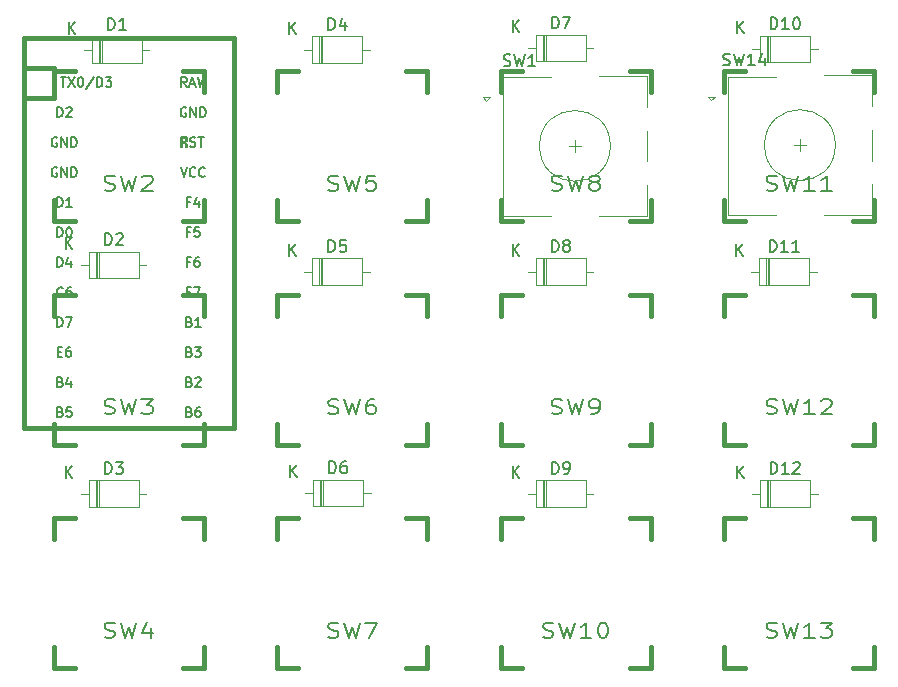
<source format=gbr>
G04 #@! TF.GenerationSoftware,KiCad,Pcbnew,(5.0.2)-1*
G04 #@! TF.CreationDate,2019-01-24T00:30:49-05:00*
G04 #@! TF.ProjectId,4x5macro,3478356d-6163-4726-9f2e-6b696361645f,rev?*
G04 #@! TF.SameCoordinates,Original*
G04 #@! TF.FileFunction,Legend,Top*
G04 #@! TF.FilePolarity,Positive*
%FSLAX46Y46*%
G04 Gerber Fmt 4.6, Leading zero omitted, Abs format (unit mm)*
G04 Created by KiCad (PCBNEW (5.0.2)-1) date 1/24/2019 12:30:49 AM*
%MOMM*%
%LPD*%
G01*
G04 APERTURE LIST*
%ADD10C,0.381000*%
%ADD11C,0.120000*%
%ADD12C,0.150000*%
%ADD13C,0.203200*%
G04 APERTURE END LIST*
D10*
G04 #@! TO.C,SW6*
X63182500Y-39560500D02*
X64960500Y-39560500D01*
X74104500Y-39560500D02*
X75882500Y-39560500D01*
X75882500Y-39560500D02*
X75882500Y-41338500D01*
X75882500Y-50482500D02*
X75882500Y-52260500D01*
X75882500Y-52260500D02*
X74104500Y-52260500D01*
X64960500Y-52260500D02*
X63182500Y-52260500D01*
X63182500Y-52260500D02*
X63182500Y-50482500D01*
X63182500Y-41338500D02*
X63182500Y-39560500D01*
G04 #@! TO.C,SW3*
X44259500Y-41338500D02*
X44259500Y-39560500D01*
X44259500Y-52260500D02*
X44259500Y-50482500D01*
X46037500Y-52260500D02*
X44259500Y-52260500D01*
X56959500Y-52260500D02*
X55181500Y-52260500D01*
X56959500Y-50482500D02*
X56959500Y-52260500D01*
X56959500Y-39560500D02*
X56959500Y-41338500D01*
X55181500Y-39560500D02*
X56959500Y-39560500D01*
X44259500Y-39560500D02*
X46037500Y-39560500D01*
D11*
G04 #@! TO.C,D1*
X47473500Y-17676000D02*
X47473500Y-19916000D01*
X47473500Y-19916000D02*
X51713500Y-19916000D01*
X51713500Y-19916000D02*
X51713500Y-17676000D01*
X51713500Y-17676000D02*
X47473500Y-17676000D01*
X46823500Y-18796000D02*
X47473500Y-18796000D01*
X52363500Y-18796000D02*
X51713500Y-18796000D01*
X48193500Y-17676000D02*
X48193500Y-19916000D01*
X48313500Y-17676000D02*
X48313500Y-19916000D01*
X48073500Y-17676000D02*
X48073500Y-19916000D01*
G04 #@! TO.C,D2*
X47819500Y-35900500D02*
X47819500Y-38140500D01*
X48059500Y-35900500D02*
X48059500Y-38140500D01*
X47939500Y-35900500D02*
X47939500Y-38140500D01*
X52109500Y-37020500D02*
X51459500Y-37020500D01*
X46569500Y-37020500D02*
X47219500Y-37020500D01*
X51459500Y-35900500D02*
X47219500Y-35900500D01*
X51459500Y-38140500D02*
X51459500Y-35900500D01*
X47219500Y-38140500D02*
X51459500Y-38140500D01*
X47219500Y-35900500D02*
X47219500Y-38140500D01*
G04 #@! TO.C,D3*
X47819500Y-55268000D02*
X47819500Y-57508000D01*
X48059500Y-55268000D02*
X48059500Y-57508000D01*
X47939500Y-55268000D02*
X47939500Y-57508000D01*
X52109500Y-56388000D02*
X51459500Y-56388000D01*
X46569500Y-56388000D02*
X47219500Y-56388000D01*
X51459500Y-55268000D02*
X47219500Y-55268000D01*
X51459500Y-57508000D02*
X51459500Y-55268000D01*
X47219500Y-57508000D02*
X51459500Y-57508000D01*
X47219500Y-55268000D02*
X47219500Y-57508000D01*
G04 #@! TO.C,D4*
X66142500Y-17676000D02*
X66142500Y-19916000D01*
X66142500Y-19916000D02*
X70382500Y-19916000D01*
X70382500Y-19916000D02*
X70382500Y-17676000D01*
X70382500Y-17676000D02*
X66142500Y-17676000D01*
X65492500Y-18796000D02*
X66142500Y-18796000D01*
X71032500Y-18796000D02*
X70382500Y-18796000D01*
X66862500Y-17676000D02*
X66862500Y-19916000D01*
X66982500Y-17676000D02*
X66982500Y-19916000D01*
X66742500Y-17676000D02*
X66742500Y-19916000D01*
G04 #@! TO.C,D5*
X66142500Y-36472000D02*
X66142500Y-38712000D01*
X66142500Y-38712000D02*
X70382500Y-38712000D01*
X70382500Y-38712000D02*
X70382500Y-36472000D01*
X70382500Y-36472000D02*
X66142500Y-36472000D01*
X65492500Y-37592000D02*
X66142500Y-37592000D01*
X71032500Y-37592000D02*
X70382500Y-37592000D01*
X66862500Y-36472000D02*
X66862500Y-38712000D01*
X66982500Y-36472000D02*
X66982500Y-38712000D01*
X66742500Y-36472000D02*
X66742500Y-38712000D01*
G04 #@! TO.C,D6*
X66206000Y-55204500D02*
X66206000Y-57444500D01*
X66206000Y-57444500D02*
X70446000Y-57444500D01*
X70446000Y-57444500D02*
X70446000Y-55204500D01*
X70446000Y-55204500D02*
X66206000Y-55204500D01*
X65556000Y-56324500D02*
X66206000Y-56324500D01*
X71096000Y-56324500D02*
X70446000Y-56324500D01*
X66926000Y-55204500D02*
X66926000Y-57444500D01*
X67046000Y-55204500D02*
X67046000Y-57444500D01*
X66806000Y-55204500D02*
X66806000Y-57444500D01*
G04 #@! TO.C,D7*
X85065500Y-17549000D02*
X85065500Y-19789000D01*
X85065500Y-19789000D02*
X89305500Y-19789000D01*
X89305500Y-19789000D02*
X89305500Y-17549000D01*
X89305500Y-17549000D02*
X85065500Y-17549000D01*
X84415500Y-18669000D02*
X85065500Y-18669000D01*
X89955500Y-18669000D02*
X89305500Y-18669000D01*
X85785500Y-17549000D02*
X85785500Y-19789000D01*
X85905500Y-17549000D02*
X85905500Y-19789000D01*
X85665500Y-17549000D02*
X85665500Y-19789000D01*
G04 #@! TO.C,D8*
X85665500Y-36472000D02*
X85665500Y-38712000D01*
X85905500Y-36472000D02*
X85905500Y-38712000D01*
X85785500Y-36472000D02*
X85785500Y-38712000D01*
X89955500Y-37592000D02*
X89305500Y-37592000D01*
X84415500Y-37592000D02*
X85065500Y-37592000D01*
X89305500Y-36472000D02*
X85065500Y-36472000D01*
X89305500Y-38712000D02*
X89305500Y-36472000D01*
X85065500Y-38712000D02*
X89305500Y-38712000D01*
X85065500Y-36472000D02*
X85065500Y-38712000D01*
G04 #@! TO.C,D9*
X85665500Y-55268000D02*
X85665500Y-57508000D01*
X85905500Y-55268000D02*
X85905500Y-57508000D01*
X85785500Y-55268000D02*
X85785500Y-57508000D01*
X89955500Y-56388000D02*
X89305500Y-56388000D01*
X84415500Y-56388000D02*
X85065500Y-56388000D01*
X89305500Y-55268000D02*
X85065500Y-55268000D01*
X89305500Y-57508000D02*
X89305500Y-55268000D01*
X85065500Y-57508000D02*
X89305500Y-57508000D01*
X85065500Y-55268000D02*
X85065500Y-57508000D01*
G04 #@! TO.C,D10*
X104652000Y-17612500D02*
X104652000Y-19852500D01*
X104892000Y-17612500D02*
X104892000Y-19852500D01*
X104772000Y-17612500D02*
X104772000Y-19852500D01*
X108942000Y-18732500D02*
X108292000Y-18732500D01*
X103402000Y-18732500D02*
X104052000Y-18732500D01*
X108292000Y-17612500D02*
X104052000Y-17612500D01*
X108292000Y-19852500D02*
X108292000Y-17612500D01*
X104052000Y-19852500D02*
X108292000Y-19852500D01*
X104052000Y-17612500D02*
X104052000Y-19852500D01*
G04 #@! TO.C,D11*
X103988500Y-36472000D02*
X103988500Y-38712000D01*
X103988500Y-38712000D02*
X108228500Y-38712000D01*
X108228500Y-38712000D02*
X108228500Y-36472000D01*
X108228500Y-36472000D02*
X103988500Y-36472000D01*
X103338500Y-37592000D02*
X103988500Y-37592000D01*
X108878500Y-37592000D02*
X108228500Y-37592000D01*
X104708500Y-36472000D02*
X104708500Y-38712000D01*
X104828500Y-36472000D02*
X104828500Y-38712000D01*
X104588500Y-36472000D02*
X104588500Y-38712000D01*
G04 #@! TO.C,D12*
X104652000Y-55268000D02*
X104652000Y-57508000D01*
X104892000Y-55268000D02*
X104892000Y-57508000D01*
X104772000Y-55268000D02*
X104772000Y-57508000D01*
X108942000Y-56388000D02*
X108292000Y-56388000D01*
X103402000Y-56388000D02*
X104052000Y-56388000D01*
X108292000Y-55268000D02*
X104052000Y-55268000D01*
X108292000Y-57508000D02*
X108292000Y-55268000D01*
X104052000Y-57508000D02*
X108292000Y-57508000D01*
X104052000Y-55268000D02*
X104052000Y-57508000D01*
G04 #@! TO.C,SW1*
X87899000Y-26947500D02*
X88899000Y-26947500D01*
X88399000Y-26447500D02*
X88399000Y-27447500D01*
X94499000Y-30247500D02*
X94499000Y-32847500D01*
X94499000Y-25647500D02*
X94499000Y-28247500D01*
X94499000Y-21047500D02*
X94499000Y-23647500D01*
X81199000Y-22847500D02*
X80899000Y-23147500D01*
X80599000Y-22847500D02*
X81199000Y-22847500D01*
X80899000Y-23147500D02*
X80599000Y-22847500D01*
X82299000Y-21147500D02*
X82299000Y-32847500D01*
X86399000Y-21147500D02*
X82299000Y-21147500D01*
X86399000Y-32847500D02*
X82299000Y-32847500D01*
X94499000Y-32847500D02*
X90399000Y-32847500D01*
X90399000Y-21047500D02*
X94499000Y-21047500D01*
X91399000Y-26947500D02*
G75*
G03X91399000Y-26947500I-3000000J0D01*
G01*
D10*
G04 #@! TO.C,SW2*
X44259500Y-20637500D02*
X46037500Y-20637500D01*
X55181500Y-20637500D02*
X56959500Y-20637500D01*
X56959500Y-20637500D02*
X56959500Y-22415500D01*
X56959500Y-31559500D02*
X56959500Y-33337500D01*
X56959500Y-33337500D02*
X55181500Y-33337500D01*
X46037500Y-33337500D02*
X44259500Y-33337500D01*
X44259500Y-33337500D02*
X44259500Y-31559500D01*
X44259500Y-22415500D02*
X44259500Y-20637500D01*
G04 #@! TO.C,SW4*
X44259500Y-58483500D02*
X46037500Y-58483500D01*
X55181500Y-58483500D02*
X56959500Y-58483500D01*
X56959500Y-58483500D02*
X56959500Y-60261500D01*
X56959500Y-69405500D02*
X56959500Y-71183500D01*
X56959500Y-71183500D02*
X55181500Y-71183500D01*
X46037500Y-71183500D02*
X44259500Y-71183500D01*
X44259500Y-71183500D02*
X44259500Y-69405500D01*
X44259500Y-60261500D02*
X44259500Y-58483500D01*
G04 #@! TO.C,SW5*
X63182500Y-22415500D02*
X63182500Y-20637500D01*
X63182500Y-33337500D02*
X63182500Y-31559500D01*
X64960500Y-33337500D02*
X63182500Y-33337500D01*
X75882500Y-33337500D02*
X74104500Y-33337500D01*
X75882500Y-31559500D02*
X75882500Y-33337500D01*
X75882500Y-20637500D02*
X75882500Y-22415500D01*
X74104500Y-20637500D02*
X75882500Y-20637500D01*
X63182500Y-20637500D02*
X64960500Y-20637500D01*
G04 #@! TO.C,SW7*
X63182500Y-60261500D02*
X63182500Y-58483500D01*
X63182500Y-71183500D02*
X63182500Y-69405500D01*
X64960500Y-71183500D02*
X63182500Y-71183500D01*
X75882500Y-71183500D02*
X74104500Y-71183500D01*
X75882500Y-69405500D02*
X75882500Y-71183500D01*
X75882500Y-58483500D02*
X75882500Y-60261500D01*
X74104500Y-58483500D02*
X75882500Y-58483500D01*
X63182500Y-58483500D02*
X64960500Y-58483500D01*
G04 #@! TO.C,SW8*
X82105500Y-20637500D02*
X83883500Y-20637500D01*
X93027500Y-20637500D02*
X94805500Y-20637500D01*
X94805500Y-20637500D02*
X94805500Y-22415500D01*
X94805500Y-31559500D02*
X94805500Y-33337500D01*
X94805500Y-33337500D02*
X93027500Y-33337500D01*
X83883500Y-33337500D02*
X82105500Y-33337500D01*
X82105500Y-33337500D02*
X82105500Y-31559500D01*
X82105500Y-22415500D02*
X82105500Y-20637500D01*
G04 #@! TO.C,SW9*
X82105500Y-41338500D02*
X82105500Y-39560500D01*
X82105500Y-52260500D02*
X82105500Y-50482500D01*
X83883500Y-52260500D02*
X82105500Y-52260500D01*
X94805500Y-52260500D02*
X93027500Y-52260500D01*
X94805500Y-50482500D02*
X94805500Y-52260500D01*
X94805500Y-39560500D02*
X94805500Y-41338500D01*
X93027500Y-39560500D02*
X94805500Y-39560500D01*
X82105500Y-39560500D02*
X83883500Y-39560500D01*
G04 #@! TO.C,SW10*
X82105500Y-58483500D02*
X83883500Y-58483500D01*
X93027500Y-58483500D02*
X94805500Y-58483500D01*
X94805500Y-58483500D02*
X94805500Y-60261500D01*
X94805500Y-69405500D02*
X94805500Y-71183500D01*
X94805500Y-71183500D02*
X93027500Y-71183500D01*
X83883500Y-71183500D02*
X82105500Y-71183500D01*
X82105500Y-71183500D02*
X82105500Y-69405500D01*
X82105500Y-60261500D02*
X82105500Y-58483500D01*
G04 #@! TO.C,SW11*
X101028500Y-20637500D02*
X102806500Y-20637500D01*
X111950500Y-20637500D02*
X113728500Y-20637500D01*
X113728500Y-20637500D02*
X113728500Y-22415500D01*
X113728500Y-31559500D02*
X113728500Y-33337500D01*
X113728500Y-33337500D02*
X111950500Y-33337500D01*
X102806500Y-33337500D02*
X101028500Y-33337500D01*
X101028500Y-33337500D02*
X101028500Y-31559500D01*
X101028500Y-22415500D02*
X101028500Y-20637500D01*
G04 #@! TO.C,SW12*
X101028500Y-41338500D02*
X101028500Y-39560500D01*
X101028500Y-52260500D02*
X101028500Y-50482500D01*
X102806500Y-52260500D02*
X101028500Y-52260500D01*
X113728500Y-52260500D02*
X111950500Y-52260500D01*
X113728500Y-50482500D02*
X113728500Y-52260500D01*
X113728500Y-39560500D02*
X113728500Y-41338500D01*
X111950500Y-39560500D02*
X113728500Y-39560500D01*
X101028500Y-39560500D02*
X102806500Y-39560500D01*
G04 #@! TO.C,SW13*
X101028500Y-60261500D02*
X101028500Y-58483500D01*
X101028500Y-71183500D02*
X101028500Y-69405500D01*
X102806500Y-71183500D02*
X101028500Y-71183500D01*
X113728500Y-71183500D02*
X111950500Y-71183500D01*
X113728500Y-69405500D02*
X113728500Y-71183500D01*
X113728500Y-58483500D02*
X113728500Y-60261500D01*
X111950500Y-58483500D02*
X113728500Y-58483500D01*
X101028500Y-58483500D02*
X102806500Y-58483500D01*
D11*
G04 #@! TO.C,SW14*
X110449000Y-26884000D02*
G75*
G03X110449000Y-26884000I-3000000J0D01*
G01*
X109449000Y-20984000D02*
X113549000Y-20984000D01*
X113549000Y-32784000D02*
X109449000Y-32784000D01*
X105449000Y-32784000D02*
X101349000Y-32784000D01*
X105449000Y-21084000D02*
X101349000Y-21084000D01*
X101349000Y-21084000D02*
X101349000Y-32784000D01*
X99949000Y-23084000D02*
X99649000Y-22784000D01*
X99649000Y-22784000D02*
X100249000Y-22784000D01*
X100249000Y-22784000D02*
X99949000Y-23084000D01*
X113549000Y-20984000D02*
X113549000Y-23584000D01*
X113549000Y-25584000D02*
X113549000Y-28184000D01*
X113549000Y-30184000D02*
X113549000Y-32784000D01*
X107449000Y-26384000D02*
X107449000Y-27384000D01*
X106949000Y-26884000D02*
X107949000Y-26884000D01*
D10*
G04 #@! TO.C,U1*
X44259500Y-20320000D02*
X41719500Y-20320000D01*
X41719500Y-17780000D02*
X41719500Y-20320000D01*
X59499500Y-17780000D02*
X41719500Y-17780000D01*
X59499500Y-20320000D02*
X59499500Y-17780000D01*
D12*
G36*
X55541068Y-26799360D02*
X55541068Y-26999360D01*
X55441068Y-26999360D01*
X55441068Y-26799360D01*
X55541068Y-26799360D01*
G37*
X55541068Y-26799360D02*
X55541068Y-26999360D01*
X55441068Y-26999360D01*
X55441068Y-26799360D01*
X55541068Y-26799360D01*
G36*
X55141068Y-26199360D02*
X55141068Y-26999360D01*
X55041068Y-26999360D01*
X55041068Y-26199360D01*
X55141068Y-26199360D01*
G37*
X55141068Y-26199360D02*
X55141068Y-26999360D01*
X55041068Y-26999360D01*
X55041068Y-26199360D01*
X55141068Y-26199360D01*
G36*
X55541068Y-26199360D02*
X55541068Y-26299360D01*
X55041068Y-26299360D01*
X55041068Y-26199360D01*
X55541068Y-26199360D01*
G37*
X55541068Y-26199360D02*
X55541068Y-26299360D01*
X55041068Y-26299360D01*
X55041068Y-26199360D01*
X55541068Y-26199360D01*
G36*
X55341068Y-26599360D02*
X55341068Y-26699360D01*
X55241068Y-26699360D01*
X55241068Y-26599360D01*
X55341068Y-26599360D01*
G37*
X55341068Y-26599360D02*
X55341068Y-26699360D01*
X55241068Y-26699360D01*
X55241068Y-26599360D01*
X55341068Y-26599360D01*
G36*
X55541068Y-26199360D02*
X55541068Y-26499360D01*
X55441068Y-26499360D01*
X55441068Y-26199360D01*
X55541068Y-26199360D01*
G37*
X55541068Y-26199360D02*
X55541068Y-26499360D01*
X55441068Y-26499360D01*
X55441068Y-26199360D01*
X55541068Y-26199360D01*
D10*
X44259500Y-22860000D02*
X41719500Y-22860000D01*
X44259500Y-20320000D02*
X44259500Y-22860000D01*
X59499500Y-50800000D02*
X59499500Y-20320000D01*
X41719500Y-50800000D02*
X59499500Y-50800000D01*
X41719500Y-20320000D02*
X41719500Y-50800000D01*
G04 #@! TO.C,SW6*
D13*
X67500500Y-49599547D02*
X67718214Y-49660023D01*
X68081071Y-49660023D01*
X68226214Y-49599547D01*
X68298785Y-49539071D01*
X68371357Y-49418119D01*
X68371357Y-49297166D01*
X68298785Y-49176214D01*
X68226214Y-49115738D01*
X68081071Y-49055261D01*
X67790785Y-48994785D01*
X67645642Y-48934309D01*
X67573071Y-48873833D01*
X67500500Y-48752880D01*
X67500500Y-48631928D01*
X67573071Y-48510976D01*
X67645642Y-48450500D01*
X67790785Y-48390023D01*
X68153642Y-48390023D01*
X68371357Y-48450500D01*
X68879357Y-48390023D02*
X69242214Y-49660023D01*
X69532500Y-48752880D01*
X69822785Y-49660023D01*
X70185642Y-48390023D01*
X71419357Y-48390023D02*
X71129071Y-48390023D01*
X70983928Y-48450500D01*
X70911357Y-48510976D01*
X70766214Y-48692404D01*
X70693642Y-48934309D01*
X70693642Y-49418119D01*
X70766214Y-49539071D01*
X70838785Y-49599547D01*
X70983928Y-49660023D01*
X71274214Y-49660023D01*
X71419357Y-49599547D01*
X71491928Y-49539071D01*
X71564500Y-49418119D01*
X71564500Y-49115738D01*
X71491928Y-48994785D01*
X71419357Y-48934309D01*
X71274214Y-48873833D01*
X70983928Y-48873833D01*
X70838785Y-48934309D01*
X70766214Y-48994785D01*
X70693642Y-49115738D01*
G04 #@! TO.C,SW3*
X48577500Y-49599547D02*
X48795214Y-49660023D01*
X49158071Y-49660023D01*
X49303214Y-49599547D01*
X49375785Y-49539071D01*
X49448357Y-49418119D01*
X49448357Y-49297166D01*
X49375785Y-49176214D01*
X49303214Y-49115738D01*
X49158071Y-49055261D01*
X48867785Y-48994785D01*
X48722642Y-48934309D01*
X48650071Y-48873833D01*
X48577500Y-48752880D01*
X48577500Y-48631928D01*
X48650071Y-48510976D01*
X48722642Y-48450500D01*
X48867785Y-48390023D01*
X49230642Y-48390023D01*
X49448357Y-48450500D01*
X49956357Y-48390023D02*
X50319214Y-49660023D01*
X50609500Y-48752880D01*
X50899785Y-49660023D01*
X51262642Y-48390023D01*
X51698071Y-48390023D02*
X52641500Y-48390023D01*
X52133500Y-48873833D01*
X52351214Y-48873833D01*
X52496357Y-48934309D01*
X52568928Y-48994785D01*
X52641500Y-49115738D01*
X52641500Y-49418119D01*
X52568928Y-49539071D01*
X52496357Y-49599547D01*
X52351214Y-49660023D01*
X51915785Y-49660023D01*
X51770642Y-49599547D01*
X51698071Y-49539071D01*
G04 #@! TO.C,D1*
D12*
X48855404Y-17128380D02*
X48855404Y-16128380D01*
X49093500Y-16128380D01*
X49236357Y-16176000D01*
X49331595Y-16271238D01*
X49379214Y-16366476D01*
X49426833Y-16556952D01*
X49426833Y-16699809D01*
X49379214Y-16890285D01*
X49331595Y-16985523D01*
X49236357Y-17080761D01*
X49093500Y-17128380D01*
X48855404Y-17128380D01*
X50379214Y-17128380D02*
X49807785Y-17128380D01*
X50093500Y-17128380D02*
X50093500Y-16128380D01*
X49998261Y-16271238D01*
X49903023Y-16366476D01*
X49807785Y-16414095D01*
X45521595Y-17448380D02*
X45521595Y-16448380D01*
X46093023Y-17448380D02*
X45664452Y-16876952D01*
X46093023Y-16448380D02*
X45521595Y-17019809D01*
G04 #@! TO.C,D2*
X48601404Y-35352880D02*
X48601404Y-34352880D01*
X48839500Y-34352880D01*
X48982357Y-34400500D01*
X49077595Y-34495738D01*
X49125214Y-34590976D01*
X49172833Y-34781452D01*
X49172833Y-34924309D01*
X49125214Y-35114785D01*
X49077595Y-35210023D01*
X48982357Y-35305261D01*
X48839500Y-35352880D01*
X48601404Y-35352880D01*
X49553785Y-34448119D02*
X49601404Y-34400500D01*
X49696642Y-34352880D01*
X49934738Y-34352880D01*
X50029976Y-34400500D01*
X50077595Y-34448119D01*
X50125214Y-34543357D01*
X50125214Y-34638595D01*
X50077595Y-34781452D01*
X49506166Y-35352880D01*
X50125214Y-35352880D01*
X45267595Y-35672880D02*
X45267595Y-34672880D01*
X45839023Y-35672880D02*
X45410452Y-35101452D01*
X45839023Y-34672880D02*
X45267595Y-35244309D01*
G04 #@! TO.C,D3*
X48601404Y-54720380D02*
X48601404Y-53720380D01*
X48839500Y-53720380D01*
X48982357Y-53768000D01*
X49077595Y-53863238D01*
X49125214Y-53958476D01*
X49172833Y-54148952D01*
X49172833Y-54291809D01*
X49125214Y-54482285D01*
X49077595Y-54577523D01*
X48982357Y-54672761D01*
X48839500Y-54720380D01*
X48601404Y-54720380D01*
X49506166Y-53720380D02*
X50125214Y-53720380D01*
X49791880Y-54101333D01*
X49934738Y-54101333D01*
X50029976Y-54148952D01*
X50077595Y-54196571D01*
X50125214Y-54291809D01*
X50125214Y-54529904D01*
X50077595Y-54625142D01*
X50029976Y-54672761D01*
X49934738Y-54720380D01*
X49649023Y-54720380D01*
X49553785Y-54672761D01*
X49506166Y-54625142D01*
X45267595Y-55040380D02*
X45267595Y-54040380D01*
X45839023Y-55040380D02*
X45410452Y-54468952D01*
X45839023Y-54040380D02*
X45267595Y-54611809D01*
G04 #@! TO.C,D4*
X67524404Y-17128380D02*
X67524404Y-16128380D01*
X67762500Y-16128380D01*
X67905357Y-16176000D01*
X68000595Y-16271238D01*
X68048214Y-16366476D01*
X68095833Y-16556952D01*
X68095833Y-16699809D01*
X68048214Y-16890285D01*
X68000595Y-16985523D01*
X67905357Y-17080761D01*
X67762500Y-17128380D01*
X67524404Y-17128380D01*
X68952976Y-16461714D02*
X68952976Y-17128380D01*
X68714880Y-16080761D02*
X68476785Y-16795047D01*
X69095833Y-16795047D01*
X64190595Y-17448380D02*
X64190595Y-16448380D01*
X64762023Y-17448380D02*
X64333452Y-16876952D01*
X64762023Y-16448380D02*
X64190595Y-17019809D01*
G04 #@! TO.C,D5*
X67524404Y-35924380D02*
X67524404Y-34924380D01*
X67762500Y-34924380D01*
X67905357Y-34972000D01*
X68000595Y-35067238D01*
X68048214Y-35162476D01*
X68095833Y-35352952D01*
X68095833Y-35495809D01*
X68048214Y-35686285D01*
X68000595Y-35781523D01*
X67905357Y-35876761D01*
X67762500Y-35924380D01*
X67524404Y-35924380D01*
X69000595Y-34924380D02*
X68524404Y-34924380D01*
X68476785Y-35400571D01*
X68524404Y-35352952D01*
X68619642Y-35305333D01*
X68857738Y-35305333D01*
X68952976Y-35352952D01*
X69000595Y-35400571D01*
X69048214Y-35495809D01*
X69048214Y-35733904D01*
X69000595Y-35829142D01*
X68952976Y-35876761D01*
X68857738Y-35924380D01*
X68619642Y-35924380D01*
X68524404Y-35876761D01*
X68476785Y-35829142D01*
X64190595Y-36244380D02*
X64190595Y-35244380D01*
X64762023Y-36244380D02*
X64333452Y-35672952D01*
X64762023Y-35244380D02*
X64190595Y-35815809D01*
G04 #@! TO.C,D6*
X67587904Y-54656880D02*
X67587904Y-53656880D01*
X67826000Y-53656880D01*
X67968857Y-53704500D01*
X68064095Y-53799738D01*
X68111714Y-53894976D01*
X68159333Y-54085452D01*
X68159333Y-54228309D01*
X68111714Y-54418785D01*
X68064095Y-54514023D01*
X67968857Y-54609261D01*
X67826000Y-54656880D01*
X67587904Y-54656880D01*
X69016476Y-53656880D02*
X68826000Y-53656880D01*
X68730761Y-53704500D01*
X68683142Y-53752119D01*
X68587904Y-53894976D01*
X68540285Y-54085452D01*
X68540285Y-54466404D01*
X68587904Y-54561642D01*
X68635523Y-54609261D01*
X68730761Y-54656880D01*
X68921238Y-54656880D01*
X69016476Y-54609261D01*
X69064095Y-54561642D01*
X69111714Y-54466404D01*
X69111714Y-54228309D01*
X69064095Y-54133071D01*
X69016476Y-54085452D01*
X68921238Y-54037833D01*
X68730761Y-54037833D01*
X68635523Y-54085452D01*
X68587904Y-54133071D01*
X68540285Y-54228309D01*
X64254095Y-54976880D02*
X64254095Y-53976880D01*
X64825523Y-54976880D02*
X64396952Y-54405452D01*
X64825523Y-53976880D02*
X64254095Y-54548309D01*
G04 #@! TO.C,D7*
X86447404Y-17001380D02*
X86447404Y-16001380D01*
X86685500Y-16001380D01*
X86828357Y-16049000D01*
X86923595Y-16144238D01*
X86971214Y-16239476D01*
X87018833Y-16429952D01*
X87018833Y-16572809D01*
X86971214Y-16763285D01*
X86923595Y-16858523D01*
X86828357Y-16953761D01*
X86685500Y-17001380D01*
X86447404Y-17001380D01*
X87352166Y-16001380D02*
X88018833Y-16001380D01*
X87590261Y-17001380D01*
X83113595Y-17321380D02*
X83113595Y-16321380D01*
X83685023Y-17321380D02*
X83256452Y-16749952D01*
X83685023Y-16321380D02*
X83113595Y-16892809D01*
G04 #@! TO.C,D8*
X86447404Y-35924380D02*
X86447404Y-34924380D01*
X86685500Y-34924380D01*
X86828357Y-34972000D01*
X86923595Y-35067238D01*
X86971214Y-35162476D01*
X87018833Y-35352952D01*
X87018833Y-35495809D01*
X86971214Y-35686285D01*
X86923595Y-35781523D01*
X86828357Y-35876761D01*
X86685500Y-35924380D01*
X86447404Y-35924380D01*
X87590261Y-35352952D02*
X87495023Y-35305333D01*
X87447404Y-35257714D01*
X87399785Y-35162476D01*
X87399785Y-35114857D01*
X87447404Y-35019619D01*
X87495023Y-34972000D01*
X87590261Y-34924380D01*
X87780738Y-34924380D01*
X87875976Y-34972000D01*
X87923595Y-35019619D01*
X87971214Y-35114857D01*
X87971214Y-35162476D01*
X87923595Y-35257714D01*
X87875976Y-35305333D01*
X87780738Y-35352952D01*
X87590261Y-35352952D01*
X87495023Y-35400571D01*
X87447404Y-35448190D01*
X87399785Y-35543428D01*
X87399785Y-35733904D01*
X87447404Y-35829142D01*
X87495023Y-35876761D01*
X87590261Y-35924380D01*
X87780738Y-35924380D01*
X87875976Y-35876761D01*
X87923595Y-35829142D01*
X87971214Y-35733904D01*
X87971214Y-35543428D01*
X87923595Y-35448190D01*
X87875976Y-35400571D01*
X87780738Y-35352952D01*
X83113595Y-36244380D02*
X83113595Y-35244380D01*
X83685023Y-36244380D02*
X83256452Y-35672952D01*
X83685023Y-35244380D02*
X83113595Y-35815809D01*
G04 #@! TO.C,D9*
X86447404Y-54720380D02*
X86447404Y-53720380D01*
X86685500Y-53720380D01*
X86828357Y-53768000D01*
X86923595Y-53863238D01*
X86971214Y-53958476D01*
X87018833Y-54148952D01*
X87018833Y-54291809D01*
X86971214Y-54482285D01*
X86923595Y-54577523D01*
X86828357Y-54672761D01*
X86685500Y-54720380D01*
X86447404Y-54720380D01*
X87495023Y-54720380D02*
X87685500Y-54720380D01*
X87780738Y-54672761D01*
X87828357Y-54625142D01*
X87923595Y-54482285D01*
X87971214Y-54291809D01*
X87971214Y-53910857D01*
X87923595Y-53815619D01*
X87875976Y-53768000D01*
X87780738Y-53720380D01*
X87590261Y-53720380D01*
X87495023Y-53768000D01*
X87447404Y-53815619D01*
X87399785Y-53910857D01*
X87399785Y-54148952D01*
X87447404Y-54244190D01*
X87495023Y-54291809D01*
X87590261Y-54339428D01*
X87780738Y-54339428D01*
X87875976Y-54291809D01*
X87923595Y-54244190D01*
X87971214Y-54148952D01*
X83113595Y-55040380D02*
X83113595Y-54040380D01*
X83685023Y-55040380D02*
X83256452Y-54468952D01*
X83685023Y-54040380D02*
X83113595Y-54611809D01*
G04 #@! TO.C,D10*
X104957714Y-17064880D02*
X104957714Y-16064880D01*
X105195809Y-16064880D01*
X105338666Y-16112500D01*
X105433904Y-16207738D01*
X105481523Y-16302976D01*
X105529142Y-16493452D01*
X105529142Y-16636309D01*
X105481523Y-16826785D01*
X105433904Y-16922023D01*
X105338666Y-17017261D01*
X105195809Y-17064880D01*
X104957714Y-17064880D01*
X106481523Y-17064880D02*
X105910095Y-17064880D01*
X106195809Y-17064880D02*
X106195809Y-16064880D01*
X106100571Y-16207738D01*
X106005333Y-16302976D01*
X105910095Y-16350595D01*
X107100571Y-16064880D02*
X107195809Y-16064880D01*
X107291047Y-16112500D01*
X107338666Y-16160119D01*
X107386285Y-16255357D01*
X107433904Y-16445833D01*
X107433904Y-16683928D01*
X107386285Y-16874404D01*
X107338666Y-16969642D01*
X107291047Y-17017261D01*
X107195809Y-17064880D01*
X107100571Y-17064880D01*
X107005333Y-17017261D01*
X106957714Y-16969642D01*
X106910095Y-16874404D01*
X106862476Y-16683928D01*
X106862476Y-16445833D01*
X106910095Y-16255357D01*
X106957714Y-16160119D01*
X107005333Y-16112500D01*
X107100571Y-16064880D01*
X102100095Y-17384880D02*
X102100095Y-16384880D01*
X102671523Y-17384880D02*
X102242952Y-16813452D01*
X102671523Y-16384880D02*
X102100095Y-16956309D01*
G04 #@! TO.C,D11*
X104894214Y-35924380D02*
X104894214Y-34924380D01*
X105132309Y-34924380D01*
X105275166Y-34972000D01*
X105370404Y-35067238D01*
X105418023Y-35162476D01*
X105465642Y-35352952D01*
X105465642Y-35495809D01*
X105418023Y-35686285D01*
X105370404Y-35781523D01*
X105275166Y-35876761D01*
X105132309Y-35924380D01*
X104894214Y-35924380D01*
X106418023Y-35924380D02*
X105846595Y-35924380D01*
X106132309Y-35924380D02*
X106132309Y-34924380D01*
X106037071Y-35067238D01*
X105941833Y-35162476D01*
X105846595Y-35210095D01*
X107370404Y-35924380D02*
X106798976Y-35924380D01*
X107084690Y-35924380D02*
X107084690Y-34924380D01*
X106989452Y-35067238D01*
X106894214Y-35162476D01*
X106798976Y-35210095D01*
X102036595Y-36244380D02*
X102036595Y-35244380D01*
X102608023Y-36244380D02*
X102179452Y-35672952D01*
X102608023Y-35244380D02*
X102036595Y-35815809D01*
G04 #@! TO.C,D12*
X104957714Y-54720380D02*
X104957714Y-53720380D01*
X105195809Y-53720380D01*
X105338666Y-53768000D01*
X105433904Y-53863238D01*
X105481523Y-53958476D01*
X105529142Y-54148952D01*
X105529142Y-54291809D01*
X105481523Y-54482285D01*
X105433904Y-54577523D01*
X105338666Y-54672761D01*
X105195809Y-54720380D01*
X104957714Y-54720380D01*
X106481523Y-54720380D02*
X105910095Y-54720380D01*
X106195809Y-54720380D02*
X106195809Y-53720380D01*
X106100571Y-53863238D01*
X106005333Y-53958476D01*
X105910095Y-54006095D01*
X106862476Y-53815619D02*
X106910095Y-53768000D01*
X107005333Y-53720380D01*
X107243428Y-53720380D01*
X107338666Y-53768000D01*
X107386285Y-53815619D01*
X107433904Y-53910857D01*
X107433904Y-54006095D01*
X107386285Y-54148952D01*
X106814857Y-54720380D01*
X107433904Y-54720380D01*
X102100095Y-55040380D02*
X102100095Y-54040380D01*
X102671523Y-55040380D02*
X102242952Y-54468952D01*
X102671523Y-54040380D02*
X102100095Y-54611809D01*
G04 #@! TO.C,SW1*
X82365666Y-20152261D02*
X82508523Y-20199880D01*
X82746619Y-20199880D01*
X82841857Y-20152261D01*
X82889476Y-20104642D01*
X82937095Y-20009404D01*
X82937095Y-19914166D01*
X82889476Y-19818928D01*
X82841857Y-19771309D01*
X82746619Y-19723690D01*
X82556142Y-19676071D01*
X82460904Y-19628452D01*
X82413285Y-19580833D01*
X82365666Y-19485595D01*
X82365666Y-19390357D01*
X82413285Y-19295119D01*
X82460904Y-19247500D01*
X82556142Y-19199880D01*
X82794238Y-19199880D01*
X82937095Y-19247500D01*
X83270428Y-19199880D02*
X83508523Y-20199880D01*
X83699000Y-19485595D01*
X83889476Y-20199880D01*
X84127571Y-19199880D01*
X85032333Y-20199880D02*
X84460904Y-20199880D01*
X84746619Y-20199880D02*
X84746619Y-19199880D01*
X84651380Y-19342738D01*
X84556142Y-19437976D01*
X84460904Y-19485595D01*
G04 #@! TO.C,SW2*
D13*
X48577500Y-30676547D02*
X48795214Y-30737023D01*
X49158071Y-30737023D01*
X49303214Y-30676547D01*
X49375785Y-30616071D01*
X49448357Y-30495119D01*
X49448357Y-30374166D01*
X49375785Y-30253214D01*
X49303214Y-30192738D01*
X49158071Y-30132261D01*
X48867785Y-30071785D01*
X48722642Y-30011309D01*
X48650071Y-29950833D01*
X48577500Y-29829880D01*
X48577500Y-29708928D01*
X48650071Y-29587976D01*
X48722642Y-29527500D01*
X48867785Y-29467023D01*
X49230642Y-29467023D01*
X49448357Y-29527500D01*
X49956357Y-29467023D02*
X50319214Y-30737023D01*
X50609500Y-29829880D01*
X50899785Y-30737023D01*
X51262642Y-29467023D01*
X51770642Y-29587976D02*
X51843214Y-29527500D01*
X51988357Y-29467023D01*
X52351214Y-29467023D01*
X52496357Y-29527500D01*
X52568928Y-29587976D01*
X52641500Y-29708928D01*
X52641500Y-29829880D01*
X52568928Y-30011309D01*
X51698071Y-30737023D01*
X52641500Y-30737023D01*
G04 #@! TO.C,SW4*
X48577500Y-68522547D02*
X48795214Y-68583023D01*
X49158071Y-68583023D01*
X49303214Y-68522547D01*
X49375785Y-68462071D01*
X49448357Y-68341119D01*
X49448357Y-68220166D01*
X49375785Y-68099214D01*
X49303214Y-68038738D01*
X49158071Y-67978261D01*
X48867785Y-67917785D01*
X48722642Y-67857309D01*
X48650071Y-67796833D01*
X48577500Y-67675880D01*
X48577500Y-67554928D01*
X48650071Y-67433976D01*
X48722642Y-67373500D01*
X48867785Y-67313023D01*
X49230642Y-67313023D01*
X49448357Y-67373500D01*
X49956357Y-67313023D02*
X50319214Y-68583023D01*
X50609500Y-67675880D01*
X50899785Y-68583023D01*
X51262642Y-67313023D01*
X52496357Y-67736357D02*
X52496357Y-68583023D01*
X52133500Y-67252547D02*
X51770642Y-68159690D01*
X52714071Y-68159690D01*
G04 #@! TO.C,SW5*
X67500500Y-30676547D02*
X67718214Y-30737023D01*
X68081071Y-30737023D01*
X68226214Y-30676547D01*
X68298785Y-30616071D01*
X68371357Y-30495119D01*
X68371357Y-30374166D01*
X68298785Y-30253214D01*
X68226214Y-30192738D01*
X68081071Y-30132261D01*
X67790785Y-30071785D01*
X67645642Y-30011309D01*
X67573071Y-29950833D01*
X67500500Y-29829880D01*
X67500500Y-29708928D01*
X67573071Y-29587976D01*
X67645642Y-29527500D01*
X67790785Y-29467023D01*
X68153642Y-29467023D01*
X68371357Y-29527500D01*
X68879357Y-29467023D02*
X69242214Y-30737023D01*
X69532500Y-29829880D01*
X69822785Y-30737023D01*
X70185642Y-29467023D01*
X71491928Y-29467023D02*
X70766214Y-29467023D01*
X70693642Y-30071785D01*
X70766214Y-30011309D01*
X70911357Y-29950833D01*
X71274214Y-29950833D01*
X71419357Y-30011309D01*
X71491928Y-30071785D01*
X71564500Y-30192738D01*
X71564500Y-30495119D01*
X71491928Y-30616071D01*
X71419357Y-30676547D01*
X71274214Y-30737023D01*
X70911357Y-30737023D01*
X70766214Y-30676547D01*
X70693642Y-30616071D01*
G04 #@! TO.C,SW7*
X67500500Y-68522547D02*
X67718214Y-68583023D01*
X68081071Y-68583023D01*
X68226214Y-68522547D01*
X68298785Y-68462071D01*
X68371357Y-68341119D01*
X68371357Y-68220166D01*
X68298785Y-68099214D01*
X68226214Y-68038738D01*
X68081071Y-67978261D01*
X67790785Y-67917785D01*
X67645642Y-67857309D01*
X67573071Y-67796833D01*
X67500500Y-67675880D01*
X67500500Y-67554928D01*
X67573071Y-67433976D01*
X67645642Y-67373500D01*
X67790785Y-67313023D01*
X68153642Y-67313023D01*
X68371357Y-67373500D01*
X68879357Y-67313023D02*
X69242214Y-68583023D01*
X69532500Y-67675880D01*
X69822785Y-68583023D01*
X70185642Y-67313023D01*
X70621071Y-67313023D02*
X71637071Y-67313023D01*
X70983928Y-68583023D01*
G04 #@! TO.C,SW8*
X86423500Y-30676547D02*
X86641214Y-30737023D01*
X87004071Y-30737023D01*
X87149214Y-30676547D01*
X87221785Y-30616071D01*
X87294357Y-30495119D01*
X87294357Y-30374166D01*
X87221785Y-30253214D01*
X87149214Y-30192738D01*
X87004071Y-30132261D01*
X86713785Y-30071785D01*
X86568642Y-30011309D01*
X86496071Y-29950833D01*
X86423500Y-29829880D01*
X86423500Y-29708928D01*
X86496071Y-29587976D01*
X86568642Y-29527500D01*
X86713785Y-29467023D01*
X87076642Y-29467023D01*
X87294357Y-29527500D01*
X87802357Y-29467023D02*
X88165214Y-30737023D01*
X88455500Y-29829880D01*
X88745785Y-30737023D01*
X89108642Y-29467023D01*
X89906928Y-30011309D02*
X89761785Y-29950833D01*
X89689214Y-29890357D01*
X89616642Y-29769404D01*
X89616642Y-29708928D01*
X89689214Y-29587976D01*
X89761785Y-29527500D01*
X89906928Y-29467023D01*
X90197214Y-29467023D01*
X90342357Y-29527500D01*
X90414928Y-29587976D01*
X90487500Y-29708928D01*
X90487500Y-29769404D01*
X90414928Y-29890357D01*
X90342357Y-29950833D01*
X90197214Y-30011309D01*
X89906928Y-30011309D01*
X89761785Y-30071785D01*
X89689214Y-30132261D01*
X89616642Y-30253214D01*
X89616642Y-30495119D01*
X89689214Y-30616071D01*
X89761785Y-30676547D01*
X89906928Y-30737023D01*
X90197214Y-30737023D01*
X90342357Y-30676547D01*
X90414928Y-30616071D01*
X90487500Y-30495119D01*
X90487500Y-30253214D01*
X90414928Y-30132261D01*
X90342357Y-30071785D01*
X90197214Y-30011309D01*
G04 #@! TO.C,SW9*
X86423500Y-49599547D02*
X86641214Y-49660023D01*
X87004071Y-49660023D01*
X87149214Y-49599547D01*
X87221785Y-49539071D01*
X87294357Y-49418119D01*
X87294357Y-49297166D01*
X87221785Y-49176214D01*
X87149214Y-49115738D01*
X87004071Y-49055261D01*
X86713785Y-48994785D01*
X86568642Y-48934309D01*
X86496071Y-48873833D01*
X86423500Y-48752880D01*
X86423500Y-48631928D01*
X86496071Y-48510976D01*
X86568642Y-48450500D01*
X86713785Y-48390023D01*
X87076642Y-48390023D01*
X87294357Y-48450500D01*
X87802357Y-48390023D02*
X88165214Y-49660023D01*
X88455500Y-48752880D01*
X88745785Y-49660023D01*
X89108642Y-48390023D01*
X89761785Y-49660023D02*
X90052071Y-49660023D01*
X90197214Y-49599547D01*
X90269785Y-49539071D01*
X90414928Y-49357642D01*
X90487500Y-49115738D01*
X90487500Y-48631928D01*
X90414928Y-48510976D01*
X90342357Y-48450500D01*
X90197214Y-48390023D01*
X89906928Y-48390023D01*
X89761785Y-48450500D01*
X89689214Y-48510976D01*
X89616642Y-48631928D01*
X89616642Y-48934309D01*
X89689214Y-49055261D01*
X89761785Y-49115738D01*
X89906928Y-49176214D01*
X90197214Y-49176214D01*
X90342357Y-49115738D01*
X90414928Y-49055261D01*
X90487500Y-48934309D01*
G04 #@! TO.C,SW10*
X85697785Y-68522547D02*
X85915500Y-68583023D01*
X86278357Y-68583023D01*
X86423500Y-68522547D01*
X86496071Y-68462071D01*
X86568642Y-68341119D01*
X86568642Y-68220166D01*
X86496071Y-68099214D01*
X86423500Y-68038738D01*
X86278357Y-67978261D01*
X85988071Y-67917785D01*
X85842928Y-67857309D01*
X85770357Y-67796833D01*
X85697785Y-67675880D01*
X85697785Y-67554928D01*
X85770357Y-67433976D01*
X85842928Y-67373500D01*
X85988071Y-67313023D01*
X86350928Y-67313023D01*
X86568642Y-67373500D01*
X87076642Y-67313023D02*
X87439500Y-68583023D01*
X87729785Y-67675880D01*
X88020071Y-68583023D01*
X88382928Y-67313023D01*
X89761785Y-68583023D02*
X88890928Y-68583023D01*
X89326357Y-68583023D02*
X89326357Y-67313023D01*
X89181214Y-67494452D01*
X89036071Y-67615404D01*
X88890928Y-67675880D01*
X90705214Y-67313023D02*
X90850357Y-67313023D01*
X90995500Y-67373500D01*
X91068071Y-67433976D01*
X91140642Y-67554928D01*
X91213214Y-67796833D01*
X91213214Y-68099214D01*
X91140642Y-68341119D01*
X91068071Y-68462071D01*
X90995500Y-68522547D01*
X90850357Y-68583023D01*
X90705214Y-68583023D01*
X90560071Y-68522547D01*
X90487500Y-68462071D01*
X90414928Y-68341119D01*
X90342357Y-68099214D01*
X90342357Y-67796833D01*
X90414928Y-67554928D01*
X90487500Y-67433976D01*
X90560071Y-67373500D01*
X90705214Y-67313023D01*
G04 #@! TO.C,SW11*
X104620785Y-30676547D02*
X104838500Y-30737023D01*
X105201357Y-30737023D01*
X105346500Y-30676547D01*
X105419071Y-30616071D01*
X105491642Y-30495119D01*
X105491642Y-30374166D01*
X105419071Y-30253214D01*
X105346500Y-30192738D01*
X105201357Y-30132261D01*
X104911071Y-30071785D01*
X104765928Y-30011309D01*
X104693357Y-29950833D01*
X104620785Y-29829880D01*
X104620785Y-29708928D01*
X104693357Y-29587976D01*
X104765928Y-29527500D01*
X104911071Y-29467023D01*
X105273928Y-29467023D01*
X105491642Y-29527500D01*
X105999642Y-29467023D02*
X106362500Y-30737023D01*
X106652785Y-29829880D01*
X106943071Y-30737023D01*
X107305928Y-29467023D01*
X108684785Y-30737023D02*
X107813928Y-30737023D01*
X108249357Y-30737023D02*
X108249357Y-29467023D01*
X108104214Y-29648452D01*
X107959071Y-29769404D01*
X107813928Y-29829880D01*
X110136214Y-30737023D02*
X109265357Y-30737023D01*
X109700785Y-30737023D02*
X109700785Y-29467023D01*
X109555642Y-29648452D01*
X109410500Y-29769404D01*
X109265357Y-29829880D01*
G04 #@! TO.C,SW12*
X104620785Y-49599547D02*
X104838500Y-49660023D01*
X105201357Y-49660023D01*
X105346500Y-49599547D01*
X105419071Y-49539071D01*
X105491642Y-49418119D01*
X105491642Y-49297166D01*
X105419071Y-49176214D01*
X105346500Y-49115738D01*
X105201357Y-49055261D01*
X104911071Y-48994785D01*
X104765928Y-48934309D01*
X104693357Y-48873833D01*
X104620785Y-48752880D01*
X104620785Y-48631928D01*
X104693357Y-48510976D01*
X104765928Y-48450500D01*
X104911071Y-48390023D01*
X105273928Y-48390023D01*
X105491642Y-48450500D01*
X105999642Y-48390023D02*
X106362500Y-49660023D01*
X106652785Y-48752880D01*
X106943071Y-49660023D01*
X107305928Y-48390023D01*
X108684785Y-49660023D02*
X107813928Y-49660023D01*
X108249357Y-49660023D02*
X108249357Y-48390023D01*
X108104214Y-48571452D01*
X107959071Y-48692404D01*
X107813928Y-48752880D01*
X109265357Y-48510976D02*
X109337928Y-48450500D01*
X109483071Y-48390023D01*
X109845928Y-48390023D01*
X109991071Y-48450500D01*
X110063642Y-48510976D01*
X110136214Y-48631928D01*
X110136214Y-48752880D01*
X110063642Y-48934309D01*
X109192785Y-49660023D01*
X110136214Y-49660023D01*
G04 #@! TO.C,SW13*
X104620785Y-68522547D02*
X104838500Y-68583023D01*
X105201357Y-68583023D01*
X105346500Y-68522547D01*
X105419071Y-68462071D01*
X105491642Y-68341119D01*
X105491642Y-68220166D01*
X105419071Y-68099214D01*
X105346500Y-68038738D01*
X105201357Y-67978261D01*
X104911071Y-67917785D01*
X104765928Y-67857309D01*
X104693357Y-67796833D01*
X104620785Y-67675880D01*
X104620785Y-67554928D01*
X104693357Y-67433976D01*
X104765928Y-67373500D01*
X104911071Y-67313023D01*
X105273928Y-67313023D01*
X105491642Y-67373500D01*
X105999642Y-67313023D02*
X106362500Y-68583023D01*
X106652785Y-67675880D01*
X106943071Y-68583023D01*
X107305928Y-67313023D01*
X108684785Y-68583023D02*
X107813928Y-68583023D01*
X108249357Y-68583023D02*
X108249357Y-67313023D01*
X108104214Y-67494452D01*
X107959071Y-67615404D01*
X107813928Y-67675880D01*
X109192785Y-67313023D02*
X110136214Y-67313023D01*
X109628214Y-67796833D01*
X109845928Y-67796833D01*
X109991071Y-67857309D01*
X110063642Y-67917785D01*
X110136214Y-68038738D01*
X110136214Y-68341119D01*
X110063642Y-68462071D01*
X109991071Y-68522547D01*
X109845928Y-68583023D01*
X109410500Y-68583023D01*
X109265357Y-68522547D01*
X109192785Y-68462071D01*
G04 #@! TO.C,SW14*
D12*
X100939476Y-20088761D02*
X101082333Y-20136380D01*
X101320428Y-20136380D01*
X101415666Y-20088761D01*
X101463285Y-20041142D01*
X101510904Y-19945904D01*
X101510904Y-19850666D01*
X101463285Y-19755428D01*
X101415666Y-19707809D01*
X101320428Y-19660190D01*
X101129952Y-19612571D01*
X101034714Y-19564952D01*
X100987095Y-19517333D01*
X100939476Y-19422095D01*
X100939476Y-19326857D01*
X100987095Y-19231619D01*
X101034714Y-19184000D01*
X101129952Y-19136380D01*
X101368047Y-19136380D01*
X101510904Y-19184000D01*
X101844238Y-19136380D02*
X102082333Y-20136380D01*
X102272809Y-19422095D01*
X102463285Y-20136380D01*
X102701380Y-19136380D01*
X103606142Y-20136380D02*
X103034714Y-20136380D01*
X103320428Y-20136380D02*
X103320428Y-19136380D01*
X103225190Y-19279238D01*
X103129952Y-19374476D01*
X103034714Y-19422095D01*
X104463285Y-19469714D02*
X104463285Y-20136380D01*
X104225190Y-19088761D02*
X103987095Y-19803047D01*
X104606142Y-19803047D01*
G04 #@! TO.C,U1*
X44847151Y-21151904D02*
X45304294Y-21151904D01*
X45075723Y-21951904D02*
X45075723Y-21151904D01*
X45494770Y-21151904D02*
X46028104Y-21951904D01*
X46028104Y-21151904D02*
X45494770Y-21951904D01*
X46485247Y-21151904D02*
X46561437Y-21151904D01*
X46637628Y-21190000D01*
X46675723Y-21228095D01*
X46713818Y-21304285D01*
X46751913Y-21456666D01*
X46751913Y-21647142D01*
X46713818Y-21799523D01*
X46675723Y-21875714D01*
X46637628Y-21913809D01*
X46561437Y-21951904D01*
X46485247Y-21951904D01*
X46409056Y-21913809D01*
X46370961Y-21875714D01*
X46332866Y-21799523D01*
X46294770Y-21647142D01*
X46294770Y-21456666D01*
X46332866Y-21304285D01*
X46370961Y-21228095D01*
X46409056Y-21190000D01*
X46485247Y-21151904D01*
X47666199Y-21113809D02*
X46980485Y-22142380D01*
X47932866Y-21951904D02*
X47932866Y-21151904D01*
X48123342Y-21151904D01*
X48237628Y-21190000D01*
X48313818Y-21266190D01*
X48351913Y-21342380D01*
X48390008Y-21494761D01*
X48390008Y-21609047D01*
X48351913Y-21761428D01*
X48313818Y-21837619D01*
X48237628Y-21913809D01*
X48123342Y-21951904D01*
X47932866Y-21951904D01*
X48656675Y-21151904D02*
X49151913Y-21151904D01*
X48885247Y-21456666D01*
X48999532Y-21456666D01*
X49075723Y-21494761D01*
X49113818Y-21532857D01*
X49151913Y-21609047D01*
X49151913Y-21799523D01*
X49113818Y-21875714D01*
X49075723Y-21913809D01*
X48999532Y-21951904D01*
X48770961Y-21951904D01*
X48694770Y-21913809D01*
X48656675Y-21875714D01*
X44558023Y-24491904D02*
X44558023Y-23691904D01*
X44748500Y-23691904D01*
X44862785Y-23730000D01*
X44938976Y-23806190D01*
X44977071Y-23882380D01*
X45015166Y-24034761D01*
X45015166Y-24149047D01*
X44977071Y-24301428D01*
X44938976Y-24377619D01*
X44862785Y-24453809D01*
X44748500Y-24491904D01*
X44558023Y-24491904D01*
X45319928Y-23768095D02*
X45358023Y-23730000D01*
X45434214Y-23691904D01*
X45624690Y-23691904D01*
X45700880Y-23730000D01*
X45738976Y-23768095D01*
X45777071Y-23844285D01*
X45777071Y-23920476D01*
X45738976Y-24034761D01*
X45281833Y-24491904D01*
X45777071Y-24491904D01*
X44558023Y-34651904D02*
X44558023Y-33851904D01*
X44748500Y-33851904D01*
X44862785Y-33890000D01*
X44938976Y-33966190D01*
X44977071Y-34042380D01*
X45015166Y-34194761D01*
X45015166Y-34309047D01*
X44977071Y-34461428D01*
X44938976Y-34537619D01*
X44862785Y-34613809D01*
X44748500Y-34651904D01*
X44558023Y-34651904D01*
X45510404Y-33851904D02*
X45586595Y-33851904D01*
X45662785Y-33890000D01*
X45700880Y-33928095D01*
X45738976Y-34004285D01*
X45777071Y-34156666D01*
X45777071Y-34347142D01*
X45738976Y-34499523D01*
X45700880Y-34575714D01*
X45662785Y-34613809D01*
X45586595Y-34651904D01*
X45510404Y-34651904D01*
X45434214Y-34613809D01*
X45396119Y-34575714D01*
X45358023Y-34499523D01*
X45319928Y-34347142D01*
X45319928Y-34156666D01*
X45358023Y-34004285D01*
X45396119Y-33928095D01*
X45434214Y-33890000D01*
X45510404Y-33851904D01*
X44558023Y-32111904D02*
X44558023Y-31311904D01*
X44748500Y-31311904D01*
X44862785Y-31350000D01*
X44938976Y-31426190D01*
X44977071Y-31502380D01*
X45015166Y-31654761D01*
X45015166Y-31769047D01*
X44977071Y-31921428D01*
X44938976Y-31997619D01*
X44862785Y-32073809D01*
X44748500Y-32111904D01*
X44558023Y-32111904D01*
X45777071Y-32111904D02*
X45319928Y-32111904D01*
X45548500Y-32111904D02*
X45548500Y-31311904D01*
X45472309Y-31426190D01*
X45396119Y-31502380D01*
X45319928Y-31540476D01*
X44538976Y-28810000D02*
X44462785Y-28771904D01*
X44348500Y-28771904D01*
X44234214Y-28810000D01*
X44158023Y-28886190D01*
X44119928Y-28962380D01*
X44081833Y-29114761D01*
X44081833Y-29229047D01*
X44119928Y-29381428D01*
X44158023Y-29457619D01*
X44234214Y-29533809D01*
X44348500Y-29571904D01*
X44424690Y-29571904D01*
X44538976Y-29533809D01*
X44577071Y-29495714D01*
X44577071Y-29229047D01*
X44424690Y-29229047D01*
X44919928Y-29571904D02*
X44919928Y-28771904D01*
X45377071Y-29571904D01*
X45377071Y-28771904D01*
X45758023Y-29571904D02*
X45758023Y-28771904D01*
X45948500Y-28771904D01*
X46062785Y-28810000D01*
X46138976Y-28886190D01*
X46177071Y-28962380D01*
X46215166Y-29114761D01*
X46215166Y-29229047D01*
X46177071Y-29381428D01*
X46138976Y-29457619D01*
X46062785Y-29533809D01*
X45948500Y-29571904D01*
X45758023Y-29571904D01*
X44538976Y-26270000D02*
X44462785Y-26231904D01*
X44348500Y-26231904D01*
X44234214Y-26270000D01*
X44158023Y-26346190D01*
X44119928Y-26422380D01*
X44081833Y-26574761D01*
X44081833Y-26689047D01*
X44119928Y-26841428D01*
X44158023Y-26917619D01*
X44234214Y-26993809D01*
X44348500Y-27031904D01*
X44424690Y-27031904D01*
X44538976Y-26993809D01*
X44577071Y-26955714D01*
X44577071Y-26689047D01*
X44424690Y-26689047D01*
X44919928Y-27031904D02*
X44919928Y-26231904D01*
X45377071Y-27031904D01*
X45377071Y-26231904D01*
X45758023Y-27031904D02*
X45758023Y-26231904D01*
X45948500Y-26231904D01*
X46062785Y-26270000D01*
X46138976Y-26346190D01*
X46177071Y-26422380D01*
X46215166Y-26574761D01*
X46215166Y-26689047D01*
X46177071Y-26841428D01*
X46138976Y-26917619D01*
X46062785Y-26993809D01*
X45948500Y-27031904D01*
X45758023Y-27031904D01*
X44558023Y-37191904D02*
X44558023Y-36391904D01*
X44748500Y-36391904D01*
X44862785Y-36430000D01*
X44938976Y-36506190D01*
X44977071Y-36582380D01*
X45015166Y-36734761D01*
X45015166Y-36849047D01*
X44977071Y-37001428D01*
X44938976Y-37077619D01*
X44862785Y-37153809D01*
X44748500Y-37191904D01*
X44558023Y-37191904D01*
X45700880Y-36658571D02*
X45700880Y-37191904D01*
X45510404Y-36353809D02*
X45319928Y-36925238D01*
X45815166Y-36925238D01*
X45015166Y-39655714D02*
X44977071Y-39693809D01*
X44862785Y-39731904D01*
X44786595Y-39731904D01*
X44672309Y-39693809D01*
X44596119Y-39617619D01*
X44558023Y-39541428D01*
X44519928Y-39389047D01*
X44519928Y-39274761D01*
X44558023Y-39122380D01*
X44596119Y-39046190D01*
X44672309Y-38970000D01*
X44786595Y-38931904D01*
X44862785Y-38931904D01*
X44977071Y-38970000D01*
X45015166Y-39008095D01*
X45700880Y-38931904D02*
X45548500Y-38931904D01*
X45472309Y-38970000D01*
X45434214Y-39008095D01*
X45358023Y-39122380D01*
X45319928Y-39274761D01*
X45319928Y-39579523D01*
X45358023Y-39655714D01*
X45396119Y-39693809D01*
X45472309Y-39731904D01*
X45624690Y-39731904D01*
X45700880Y-39693809D01*
X45738976Y-39655714D01*
X45777071Y-39579523D01*
X45777071Y-39389047D01*
X45738976Y-39312857D01*
X45700880Y-39274761D01*
X45624690Y-39236666D01*
X45472309Y-39236666D01*
X45396119Y-39274761D01*
X45358023Y-39312857D01*
X45319928Y-39389047D01*
X44558023Y-42271904D02*
X44558023Y-41471904D01*
X44748500Y-41471904D01*
X44862785Y-41510000D01*
X44938976Y-41586190D01*
X44977071Y-41662380D01*
X45015166Y-41814761D01*
X45015166Y-41929047D01*
X44977071Y-42081428D01*
X44938976Y-42157619D01*
X44862785Y-42233809D01*
X44748500Y-42271904D01*
X44558023Y-42271904D01*
X45281833Y-41471904D02*
X45815166Y-41471904D01*
X45472309Y-42271904D01*
X44596119Y-44392857D02*
X44862785Y-44392857D01*
X44977071Y-44811904D02*
X44596119Y-44811904D01*
X44596119Y-44011904D01*
X44977071Y-44011904D01*
X45662785Y-44011904D02*
X45510404Y-44011904D01*
X45434214Y-44050000D01*
X45396119Y-44088095D01*
X45319928Y-44202380D01*
X45281833Y-44354761D01*
X45281833Y-44659523D01*
X45319928Y-44735714D01*
X45358023Y-44773809D01*
X45434214Y-44811904D01*
X45586595Y-44811904D01*
X45662785Y-44773809D01*
X45700880Y-44735714D01*
X45738976Y-44659523D01*
X45738976Y-44469047D01*
X45700880Y-44392857D01*
X45662785Y-44354761D01*
X45586595Y-44316666D01*
X45434214Y-44316666D01*
X45358023Y-44354761D01*
X45319928Y-44392857D01*
X45281833Y-44469047D01*
X44824690Y-46932857D02*
X44938976Y-46970952D01*
X44977071Y-47009047D01*
X45015166Y-47085238D01*
X45015166Y-47199523D01*
X44977071Y-47275714D01*
X44938976Y-47313809D01*
X44862785Y-47351904D01*
X44558023Y-47351904D01*
X44558023Y-46551904D01*
X44824690Y-46551904D01*
X44900880Y-46590000D01*
X44938976Y-46628095D01*
X44977071Y-46704285D01*
X44977071Y-46780476D01*
X44938976Y-46856666D01*
X44900880Y-46894761D01*
X44824690Y-46932857D01*
X44558023Y-46932857D01*
X45700880Y-46818571D02*
X45700880Y-47351904D01*
X45510404Y-46513809D02*
X45319928Y-47085238D01*
X45815166Y-47085238D01*
X44824690Y-49472857D02*
X44938976Y-49510952D01*
X44977071Y-49549047D01*
X45015166Y-49625238D01*
X45015166Y-49739523D01*
X44977071Y-49815714D01*
X44938976Y-49853809D01*
X44862785Y-49891904D01*
X44558023Y-49891904D01*
X44558023Y-49091904D01*
X44824690Y-49091904D01*
X44900880Y-49130000D01*
X44938976Y-49168095D01*
X44977071Y-49244285D01*
X44977071Y-49320476D01*
X44938976Y-49396666D01*
X44900880Y-49434761D01*
X44824690Y-49472857D01*
X44558023Y-49472857D01*
X45738976Y-49091904D02*
X45358023Y-49091904D01*
X45319928Y-49472857D01*
X45358023Y-49434761D01*
X45434214Y-49396666D01*
X45624690Y-49396666D01*
X45700880Y-49434761D01*
X45738976Y-49472857D01*
X45777071Y-49549047D01*
X45777071Y-49739523D01*
X45738976Y-49815714D01*
X45700880Y-49853809D01*
X45624690Y-49891904D01*
X45434214Y-49891904D01*
X45358023Y-49853809D01*
X45319928Y-49815714D01*
X55746690Y-49472857D02*
X55860976Y-49510952D01*
X55899071Y-49549047D01*
X55937166Y-49625238D01*
X55937166Y-49739523D01*
X55899071Y-49815714D01*
X55860976Y-49853809D01*
X55784785Y-49891904D01*
X55480023Y-49891904D01*
X55480023Y-49091904D01*
X55746690Y-49091904D01*
X55822880Y-49130000D01*
X55860976Y-49168095D01*
X55899071Y-49244285D01*
X55899071Y-49320476D01*
X55860976Y-49396666D01*
X55822880Y-49434761D01*
X55746690Y-49472857D01*
X55480023Y-49472857D01*
X56622880Y-49091904D02*
X56470500Y-49091904D01*
X56394309Y-49130000D01*
X56356214Y-49168095D01*
X56280023Y-49282380D01*
X56241928Y-49434761D01*
X56241928Y-49739523D01*
X56280023Y-49815714D01*
X56318119Y-49853809D01*
X56394309Y-49891904D01*
X56546690Y-49891904D01*
X56622880Y-49853809D01*
X56660976Y-49815714D01*
X56699071Y-49739523D01*
X56699071Y-49549047D01*
X56660976Y-49472857D01*
X56622880Y-49434761D01*
X56546690Y-49396666D01*
X56394309Y-49396666D01*
X56318119Y-49434761D01*
X56280023Y-49472857D01*
X56241928Y-49549047D01*
X55746690Y-44392857D02*
X55860976Y-44430952D01*
X55899071Y-44469047D01*
X55937166Y-44545238D01*
X55937166Y-44659523D01*
X55899071Y-44735714D01*
X55860976Y-44773809D01*
X55784785Y-44811904D01*
X55480023Y-44811904D01*
X55480023Y-44011904D01*
X55746690Y-44011904D01*
X55822880Y-44050000D01*
X55860976Y-44088095D01*
X55899071Y-44164285D01*
X55899071Y-44240476D01*
X55860976Y-44316666D01*
X55822880Y-44354761D01*
X55746690Y-44392857D01*
X55480023Y-44392857D01*
X56203833Y-44011904D02*
X56699071Y-44011904D01*
X56432404Y-44316666D01*
X56546690Y-44316666D01*
X56622880Y-44354761D01*
X56660976Y-44392857D01*
X56699071Y-44469047D01*
X56699071Y-44659523D01*
X56660976Y-44735714D01*
X56622880Y-44773809D01*
X56546690Y-44811904D01*
X56318119Y-44811904D01*
X56241928Y-44773809D01*
X56203833Y-44735714D01*
X55746690Y-41852857D02*
X55860976Y-41890952D01*
X55899071Y-41929047D01*
X55937166Y-42005238D01*
X55937166Y-42119523D01*
X55899071Y-42195714D01*
X55860976Y-42233809D01*
X55784785Y-42271904D01*
X55480023Y-42271904D01*
X55480023Y-41471904D01*
X55746690Y-41471904D01*
X55822880Y-41510000D01*
X55860976Y-41548095D01*
X55899071Y-41624285D01*
X55899071Y-41700476D01*
X55860976Y-41776666D01*
X55822880Y-41814761D01*
X55746690Y-41852857D01*
X55480023Y-41852857D01*
X56699071Y-42271904D02*
X56241928Y-42271904D01*
X56470500Y-42271904D02*
X56470500Y-41471904D01*
X56394309Y-41586190D01*
X56318119Y-41662380D01*
X56241928Y-41700476D01*
X55803833Y-31692857D02*
X55537166Y-31692857D01*
X55537166Y-32111904D02*
X55537166Y-31311904D01*
X55918119Y-31311904D01*
X56565738Y-31578571D02*
X56565738Y-32111904D01*
X56375261Y-31273809D02*
X56184785Y-31845238D01*
X56680023Y-31845238D01*
X55003833Y-28771904D02*
X55270500Y-29571904D01*
X55537166Y-28771904D01*
X56260976Y-29495714D02*
X56222880Y-29533809D01*
X56108595Y-29571904D01*
X56032404Y-29571904D01*
X55918119Y-29533809D01*
X55841928Y-29457619D01*
X55803833Y-29381428D01*
X55765738Y-29229047D01*
X55765738Y-29114761D01*
X55803833Y-28962380D01*
X55841928Y-28886190D01*
X55918119Y-28810000D01*
X56032404Y-28771904D01*
X56108595Y-28771904D01*
X56222880Y-28810000D01*
X56260976Y-28848095D01*
X57060976Y-29495714D02*
X57022880Y-29533809D01*
X56908595Y-29571904D01*
X56832404Y-29571904D01*
X56718119Y-29533809D01*
X56641928Y-29457619D01*
X56603833Y-29381428D01*
X56565738Y-29229047D01*
X56565738Y-29114761D01*
X56603833Y-28962380D01*
X56641928Y-28886190D01*
X56718119Y-28810000D01*
X56832404Y-28771904D01*
X56908595Y-28771904D01*
X57022880Y-28810000D01*
X57060976Y-28848095D01*
X55809286Y-26963809D02*
X55923572Y-27001904D01*
X56114048Y-27001904D01*
X56190239Y-26963809D01*
X56228334Y-26925714D01*
X56266429Y-26849523D01*
X56266429Y-26773333D01*
X56228334Y-26697142D01*
X56190239Y-26659047D01*
X56114048Y-26620952D01*
X55961667Y-26582857D01*
X55885477Y-26544761D01*
X55847381Y-26506666D01*
X55809286Y-26430476D01*
X55809286Y-26354285D01*
X55847381Y-26278095D01*
X55885477Y-26240000D01*
X55961667Y-26201904D01*
X56152143Y-26201904D01*
X56266429Y-26240000D01*
X56495000Y-26201904D02*
X56952143Y-26201904D01*
X56723572Y-27001904D02*
X56723572Y-26201904D01*
X55460976Y-23730000D02*
X55384785Y-23691904D01*
X55270500Y-23691904D01*
X55156214Y-23730000D01*
X55080023Y-23806190D01*
X55041928Y-23882380D01*
X55003833Y-24034761D01*
X55003833Y-24149047D01*
X55041928Y-24301428D01*
X55080023Y-24377619D01*
X55156214Y-24453809D01*
X55270500Y-24491904D01*
X55346690Y-24491904D01*
X55460976Y-24453809D01*
X55499071Y-24415714D01*
X55499071Y-24149047D01*
X55346690Y-24149047D01*
X55841928Y-24491904D02*
X55841928Y-23691904D01*
X56299071Y-24491904D01*
X56299071Y-23691904D01*
X56680023Y-24491904D02*
X56680023Y-23691904D01*
X56870500Y-23691904D01*
X56984785Y-23730000D01*
X57060976Y-23806190D01*
X57099071Y-23882380D01*
X57137166Y-24034761D01*
X57137166Y-24149047D01*
X57099071Y-24301428D01*
X57060976Y-24377619D01*
X56984785Y-24453809D01*
X56870500Y-24491904D01*
X56680023Y-24491904D01*
X55518119Y-21951904D02*
X55251452Y-21570952D01*
X55060976Y-21951904D02*
X55060976Y-21151904D01*
X55365738Y-21151904D01*
X55441928Y-21190000D01*
X55480023Y-21228095D01*
X55518119Y-21304285D01*
X55518119Y-21418571D01*
X55480023Y-21494761D01*
X55441928Y-21532857D01*
X55365738Y-21570952D01*
X55060976Y-21570952D01*
X55822880Y-21723333D02*
X56203833Y-21723333D01*
X55746690Y-21951904D02*
X56013357Y-21151904D01*
X56280023Y-21951904D01*
X56470500Y-21151904D02*
X56660976Y-21951904D01*
X56813357Y-21380476D01*
X56965738Y-21951904D01*
X57156214Y-21151904D01*
X55803833Y-34232857D02*
X55537166Y-34232857D01*
X55537166Y-34651904D02*
X55537166Y-33851904D01*
X55918119Y-33851904D01*
X56603833Y-33851904D02*
X56222880Y-33851904D01*
X56184785Y-34232857D01*
X56222880Y-34194761D01*
X56299071Y-34156666D01*
X56489547Y-34156666D01*
X56565738Y-34194761D01*
X56603833Y-34232857D01*
X56641928Y-34309047D01*
X56641928Y-34499523D01*
X56603833Y-34575714D01*
X56565738Y-34613809D01*
X56489547Y-34651904D01*
X56299071Y-34651904D01*
X56222880Y-34613809D01*
X56184785Y-34575714D01*
X55803833Y-36772857D02*
X55537166Y-36772857D01*
X55537166Y-37191904D02*
X55537166Y-36391904D01*
X55918119Y-36391904D01*
X56565738Y-36391904D02*
X56413357Y-36391904D01*
X56337166Y-36430000D01*
X56299071Y-36468095D01*
X56222880Y-36582380D01*
X56184785Y-36734761D01*
X56184785Y-37039523D01*
X56222880Y-37115714D01*
X56260976Y-37153809D01*
X56337166Y-37191904D01*
X56489547Y-37191904D01*
X56565738Y-37153809D01*
X56603833Y-37115714D01*
X56641928Y-37039523D01*
X56641928Y-36849047D01*
X56603833Y-36772857D01*
X56565738Y-36734761D01*
X56489547Y-36696666D01*
X56337166Y-36696666D01*
X56260976Y-36734761D01*
X56222880Y-36772857D01*
X56184785Y-36849047D01*
X55803833Y-39312857D02*
X55537166Y-39312857D01*
X55537166Y-39731904D02*
X55537166Y-38931904D01*
X55918119Y-38931904D01*
X56146690Y-38931904D02*
X56680023Y-38931904D01*
X56337166Y-39731904D01*
X55746690Y-46932857D02*
X55860976Y-46970952D01*
X55899071Y-47009047D01*
X55937166Y-47085238D01*
X55937166Y-47199523D01*
X55899071Y-47275714D01*
X55860976Y-47313809D01*
X55784785Y-47351904D01*
X55480023Y-47351904D01*
X55480023Y-46551904D01*
X55746690Y-46551904D01*
X55822880Y-46590000D01*
X55860976Y-46628095D01*
X55899071Y-46704285D01*
X55899071Y-46780476D01*
X55860976Y-46856666D01*
X55822880Y-46894761D01*
X55746690Y-46932857D01*
X55480023Y-46932857D01*
X56241928Y-46628095D02*
X56280023Y-46590000D01*
X56356214Y-46551904D01*
X56546690Y-46551904D01*
X56622880Y-46590000D01*
X56660976Y-46628095D01*
X56699071Y-46704285D01*
X56699071Y-46780476D01*
X56660976Y-46894761D01*
X56203833Y-47351904D01*
X56699071Y-47351904D01*
G04 #@! TD*
M02*

</source>
